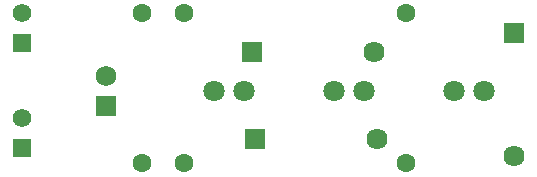
<source format=gts>
%FSTAX23Y23*%
%MOIN*%
%SFA1B1*%

%IPPOS*%
%ADD14R,0.069023X0.069023*%
%ADD15C,0.069023*%
%ADD16C,0.063118*%
%ADD17C,0.061811*%
%ADD18R,0.061811X0.061811*%
%ADD19R,0.070598X0.070598*%
%ADD20C,0.070598*%
%ADD21R,0.070598X0.070598*%
%ADD22C,0.070992*%
%LNpcb1-1*%
%LPD*%
G54D14*
X0072Y0024D03*
G54D15*
X0072Y0034D03*
G54D16*
X0084Y0005D03*
Y0055D03*
X0172Y0005D03*
Y0055D03*
X0098D03*
Y0005D03*
G54D17*
X0044Y002D03*
Y0055D03*
G54D18*
X0044Y001D03*
Y0045D03*
G54D19*
X01206Y0042D03*
X01216Y0013D03*
G54D20*
X01613Y0042D03*
X01623Y0013D03*
X0208Y00076D03*
G54D21*
X0208Y00483D03*
G54D22*
X0188Y0029D03*
X0198D03*
X0158D03*
X0148D03*
X0108D03*
X0118D03*
M02*
</source>
